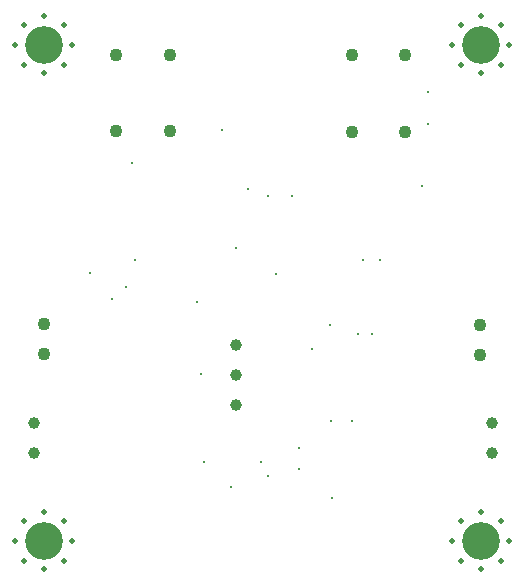
<source format=gbr>
%TF.GenerationSoftware,KiCad,Pcbnew,9.0.4*%
%TF.CreationDate,2026-01-25T08:22:20+01:00*%
%TF.ProjectId,VQFN_Training_Lab,5651464e-5f54-4726-9169-6e696e675f4c,1.0*%
%TF.SameCoordinates,PX7270e00PY7270e00*%
%TF.FileFunction,Plated,1,2,PTH,Drill*%
%TF.FilePolarity,Positive*%
%FSLAX46Y46*%
G04 Gerber Fmt 4.6, Leading zero omitted, Abs format (unit mm)*
G04 Created by KiCad (PCBNEW 9.0.4) date 2026-01-25 08:22:21*
%MOMM*%
%LPD*%
G01*
G04 APERTURE LIST*
%TA.AperFunction,ComponentDrill*%
%ADD10C,0.200000*%
%TD*%
%TA.AperFunction,ViaDrill*%
%ADD11C,0.300000*%
%TD*%
%TA.AperFunction,ComponentDrill*%
%ADD12C,0.500000*%
%TD*%
%TA.AperFunction,ComponentDrill*%
%ADD13C,1.000000*%
%TD*%
%TA.AperFunction,ComponentDrill*%
%ADD14C,1.100000*%
%TD*%
%TA.AperFunction,ComponentDrill*%
%ADD15C,3.200000*%
%TD*%
G04 APERTURE END LIST*
D10*
%TO.C,U1*%
X22352500Y10680000D03*
X22952500Y9480000D03*
%TD*%
D11*
X7900000Y26700000D03*
X9750000Y24500000D03*
X11000000Y25500000D03*
X11500000Y36000000D03*
X11750000Y27750000D03*
X17000000Y24250000D03*
X17300000Y18100000D03*
X17600000Y10700000D03*
X19100000Y38800000D03*
X19840000Y8530000D03*
X20250000Y28750000D03*
X21250000Y33800000D03*
X23000000Y33175000D03*
X23700000Y26600000D03*
X25000000Y33200000D03*
X25600000Y11855000D03*
X25600000Y10100000D03*
X26750000Y20250000D03*
X28250000Y22250000D03*
X28275000Y14100000D03*
X28400000Y7600000D03*
X30125000Y14100000D03*
X30575000Y21500000D03*
X31000000Y27800000D03*
X31825000Y21500000D03*
X32500000Y27800000D03*
X36000000Y34000000D03*
X36500000Y42000000D03*
X36500000Y39250000D03*
D12*
%TO.C,H1*%
X1600000Y46000000D03*
%TO.C,H3*%
X1600000Y4000000D03*
%TO.C,H1*%
X2302944Y47697056D03*
X2302944Y44302944D03*
%TO.C,H3*%
X2302944Y5697056D03*
X2302944Y2302944D03*
%TO.C,H1*%
X4000000Y48400000D03*
X4000000Y43600000D03*
%TO.C,H3*%
X4000000Y6400000D03*
X4000000Y1600000D03*
%TO.C,H1*%
X5697056Y47697056D03*
X5697056Y44302944D03*
%TO.C,H3*%
X5697056Y5697056D03*
X5697056Y2302944D03*
%TO.C,H1*%
X6400000Y46000000D03*
%TO.C,H3*%
X6400000Y4000000D03*
%TO.C,H2*%
X38600000Y46000000D03*
%TO.C,H4*%
X38600000Y4000000D03*
%TO.C,H2*%
X39302944Y47697056D03*
X39302944Y44302944D03*
%TO.C,H4*%
X39302944Y5697056D03*
X39302944Y2302944D03*
%TO.C,H2*%
X41000000Y48400000D03*
X41000000Y43600000D03*
%TO.C,H4*%
X41000000Y6400000D03*
X41000000Y1600000D03*
%TO.C,H2*%
X42697056Y47697056D03*
X42697056Y44302944D03*
%TO.C,H4*%
X42697056Y5697056D03*
X42697056Y2302944D03*
%TO.C,H2*%
X43400000Y46000000D03*
%TO.C,H4*%
X43400000Y4000000D03*
D13*
%TO.C,J4*%
X3200000Y13970000D03*
X3200000Y11430000D03*
%TO.C,J5*%
X20300000Y20592500D03*
X20300000Y18052500D03*
X20300000Y15512500D03*
%TO.C,J1*%
X41925000Y13960000D03*
X41925000Y11420000D03*
D14*
%TO.C,J3*%
X4040000Y22330000D03*
X4040000Y19790000D03*
%TO.C,SW1*%
X10150000Y45150000D03*
X10150000Y38650000D03*
X14650000Y45150000D03*
X14650000Y38650000D03*
%TO.C,SW2*%
X30100000Y45100000D03*
X30100000Y38600000D03*
X34600000Y45100000D03*
X34600000Y38600000D03*
%TO.C,J2*%
X40960000Y22300000D03*
X40960000Y19760000D03*
D15*
%TO.C,H1*%
X4000000Y46000000D03*
%TO.C,H3*%
X4000000Y4000000D03*
%TO.C,H2*%
X41000000Y46000000D03*
%TO.C,H4*%
X41000000Y4000000D03*
M02*

</source>
